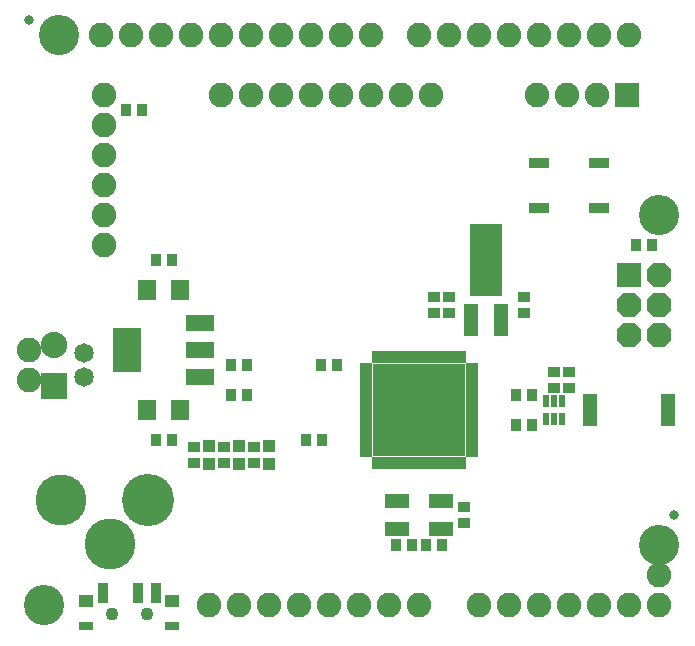
<source format=gbr>
G04 EAGLE Gerber RS-274X export*
G75*
%MOMM*%
%FSLAX34Y34*%
%LPD*%
%INSoldermask Top*%
%IPPOS*%
%AMOC8*
5,1,8,0,0,1.08239X$1,22.5*%
G01*
%ADD10R,0.483200X1.003200*%
%ADD11R,1.003200X0.483200*%
%ADD12R,7.853200X7.853200*%
%ADD13R,1.103200X0.903200*%
%ADD14R,0.903200X1.103200*%
%ADD15R,2.103200X1.303200*%
%ADD16R,1.203200X2.703200*%
%ADD17R,2.703200X6.203200*%
%ADD18R,0.553200X1.003200*%
%ADD19R,2.082800X2.082800*%
%ADD20P,2.254402X8X292.500000*%
%ADD21C,2.082800*%
%ADD22C,3.403200*%
%ADD23R,1.727200X0.965200*%
%ADD24R,1.603200X1.803200*%
%ADD25C,4.419200*%
%ADD26C,4.318000*%
%ADD27C,1.651000*%
%ADD28R,2.235200X2.235200*%
%ADD29C,2.235200*%
%ADD30R,1.003200X1.003200*%
%ADD31R,2.438400X1.422400*%
%ADD32R,2.403200X3.803200*%
%ADD33R,0.903200X1.703200*%
%ADD34R,1.203200X0.803200*%
%ADD35R,1.203200X1.003200*%
%ADD36C,1.103200*%
%ADD37R,1.219200X2.743200*%
%ADD38C,0.838200*%


D10*
X335400Y235500D03*
X340400Y235500D03*
X345400Y235500D03*
X330400Y235500D03*
X325400Y235500D03*
X350400Y235500D03*
X355400Y235500D03*
X360400Y235500D03*
D11*
X387900Y178000D03*
X387900Y173000D03*
X387900Y168000D03*
X387900Y183000D03*
X387900Y188000D03*
X387900Y163000D03*
X387900Y158000D03*
X387900Y193000D03*
X387900Y198000D03*
X387900Y153000D03*
X387900Y228000D03*
X387900Y223000D03*
X387900Y218000D03*
D10*
X380400Y235500D03*
X375400Y235500D03*
D11*
X387900Y213000D03*
X387900Y208000D03*
D10*
X370400Y235500D03*
X365400Y235500D03*
D11*
X387900Y203000D03*
D10*
X320400Y235500D03*
X315400Y235500D03*
X310400Y235500D03*
X305400Y235500D03*
D11*
X297900Y228000D03*
X297900Y223000D03*
X297900Y218000D03*
X297900Y213000D03*
X297900Y208000D03*
X297900Y203000D03*
X297900Y198000D03*
X297900Y193000D03*
X297900Y188000D03*
X297900Y183000D03*
X297900Y178000D03*
X297900Y173000D03*
X297900Y168000D03*
X297900Y163000D03*
X297900Y158000D03*
X297900Y153000D03*
D10*
X305400Y145500D03*
X310400Y145500D03*
X315400Y145500D03*
X320400Y145500D03*
X325400Y145500D03*
X330400Y145500D03*
X335400Y145500D03*
X340400Y145500D03*
X345400Y145500D03*
X350400Y145500D03*
X355400Y145500D03*
X360400Y145500D03*
X365400Y145500D03*
X370400Y145500D03*
X375400Y145500D03*
X380400Y145500D03*
D12*
X342900Y190500D03*
D13*
X381000Y108100D03*
X381000Y95100D03*
X355600Y272900D03*
X355600Y285900D03*
D14*
X260500Y165100D03*
X247500Y165100D03*
X273200Y228600D03*
X260200Y228600D03*
D15*
X324400Y90100D03*
X361400Y113100D03*
X324400Y113100D03*
X361400Y90100D03*
D14*
X349100Y76200D03*
X362100Y76200D03*
X336700Y76200D03*
X323700Y76200D03*
D16*
X387350Y266700D03*
X412750Y266700D03*
D17*
X400050Y317500D03*
D13*
X368300Y272900D03*
X368300Y285900D03*
X431800Y272900D03*
X431800Y285900D03*
D18*
X463700Y198500D03*
X457200Y198500D03*
X450700Y198500D03*
X463700Y182500D03*
X457200Y182500D03*
X450700Y182500D03*
D13*
X457200Y209400D03*
X457200Y222400D03*
D14*
X526900Y330200D03*
X539900Y330200D03*
D19*
X520700Y304800D03*
D20*
X546100Y304800D03*
X520700Y279400D03*
X546100Y279400D03*
X520700Y254000D03*
X546100Y254000D03*
D21*
X215900Y25400D03*
X241300Y25400D03*
X266700Y25400D03*
X292100Y25400D03*
X317500Y25400D03*
X342900Y25400D03*
X393700Y25400D03*
X419100Y25400D03*
X444500Y25400D03*
X469900Y25400D03*
X495300Y25400D03*
X520700Y25400D03*
X520700Y508000D03*
X495300Y508000D03*
X469900Y508000D03*
X444500Y508000D03*
X419100Y508000D03*
X393700Y508000D03*
X368300Y508000D03*
X342900Y508000D03*
X302260Y508000D03*
X276860Y508000D03*
X251460Y508000D03*
X226060Y508000D03*
X200660Y508000D03*
X175260Y508000D03*
X149860Y508000D03*
X124460Y508000D03*
X99060Y508000D03*
X73660Y508000D03*
X190500Y25400D03*
X165100Y25400D03*
D22*
X38100Y508000D03*
X25400Y25400D03*
X546100Y76200D03*
X546100Y355600D03*
D23*
X495300Y361950D03*
X444500Y361950D03*
X495300Y400050D03*
X444500Y400050D03*
D21*
X546100Y25400D03*
X546100Y50800D03*
D19*
X519430Y457200D03*
D21*
X494030Y457200D03*
X468630Y457200D03*
X443230Y457200D03*
X302260Y457200D03*
X276860Y457200D03*
X251460Y457200D03*
X226060Y457200D03*
X200660Y457200D03*
X175260Y457200D03*
X327660Y457200D03*
X353060Y457200D03*
D14*
X133500Y165100D03*
X120500Y165100D03*
X133500Y317500D03*
X120500Y317500D03*
D24*
X113000Y292100D03*
X141000Y292100D03*
D25*
X113378Y114300D03*
D26*
X40170Y114046D03*
X81600Y76684D03*
D27*
X59690Y218600D03*
X59690Y238600D03*
D21*
X12700Y215900D03*
X12700Y241300D03*
D28*
X34290Y210820D03*
D29*
X34290Y245820D03*
D21*
X76200Y457200D03*
X76200Y431800D03*
X76200Y406400D03*
X76200Y381000D03*
X76200Y355600D03*
X76200Y330200D03*
D14*
X95100Y444500D03*
X108100Y444500D03*
D30*
X165100Y159900D03*
X165100Y144900D03*
D13*
X152400Y145900D03*
X152400Y158900D03*
D30*
X215900Y159900D03*
X215900Y144900D03*
D13*
X469900Y222400D03*
X469900Y209400D03*
D31*
X157988Y218186D03*
X157988Y241300D03*
X157988Y264414D03*
D32*
X96010Y241300D03*
D14*
X197000Y228600D03*
X184000Y228600D03*
X197000Y203200D03*
X184000Y203200D03*
D24*
X113000Y190500D03*
X141000Y190500D03*
D33*
X120290Y35280D03*
X105290Y35280D03*
X75290Y35280D03*
D34*
X134290Y7780D03*
D35*
X134290Y28780D03*
D34*
X61290Y7780D03*
D35*
X61290Y28780D03*
D36*
X112790Y17780D03*
X82790Y17780D03*
D14*
X425300Y177800D03*
X438300Y177800D03*
X438300Y203200D03*
X425300Y203200D03*
D30*
X190500Y159900D03*
X190500Y144900D03*
D13*
X177800Y145900D03*
X177800Y158900D03*
X203200Y145900D03*
X203200Y158900D03*
D37*
X487680Y190500D03*
X553720Y190500D03*
D38*
X12700Y520700D03*
X558800Y101600D03*
M02*

</source>
